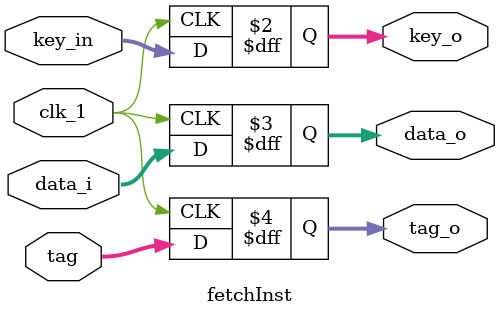
<source format=sv>
`timescale 1ns / 1ps


module fetchInst(
    input clk_1,
    input [63:0] key_in,
    input   [15:0]    tag,
    input [33:0]  data_i,
    output var [63:0] key_o,
    output var [33:0]  data_o,
    output var [15:0]  tag_o
    );
    

    
    always_ff @(posedge clk_1) // remove falling edge
    begin
          key_o = key_in;
          data_o = data_i;
          tag_o = tag;
    end
endmodule

</source>
